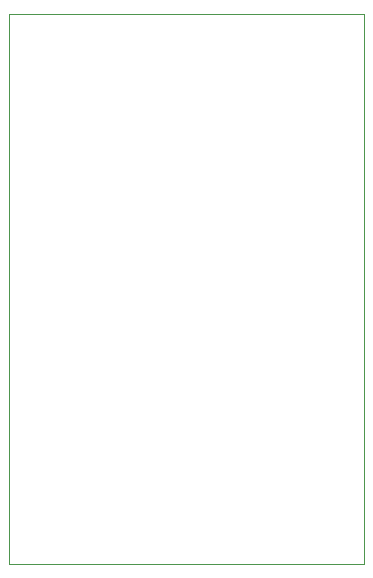
<source format=gbr>
%TF.GenerationSoftware,KiCad,Pcbnew,7.99.0-728-gadc213a04d-dirty*%
%TF.CreationDate,2023-04-29T04:02:39+08:00*%
%TF.ProjectId,HeartRateMonitor,48656172-7452-4617-9465-4d6f6e69746f,rev?*%
%TF.SameCoordinates,Original*%
%TF.FileFunction,Profile,NP*%
%FSLAX46Y46*%
G04 Gerber Fmt 4.6, Leading zero omitted, Abs format (unit mm)*
G04 Created by KiCad (PCBNEW 7.99.0-728-gadc213a04d-dirty) date 2023-04-29 04:02:39*
%MOMM*%
%LPD*%
G01*
G04 APERTURE LIST*
%TA.AperFunction,Profile*%
%ADD10C,0.100000*%
%TD*%
G04 APERTURE END LIST*
D10*
X100000000Y-100000000D02*
X130000000Y-100000000D01*
X130000000Y-146500000D01*
X100000000Y-146500000D01*
X100000000Y-100000000D01*
M02*

</source>
